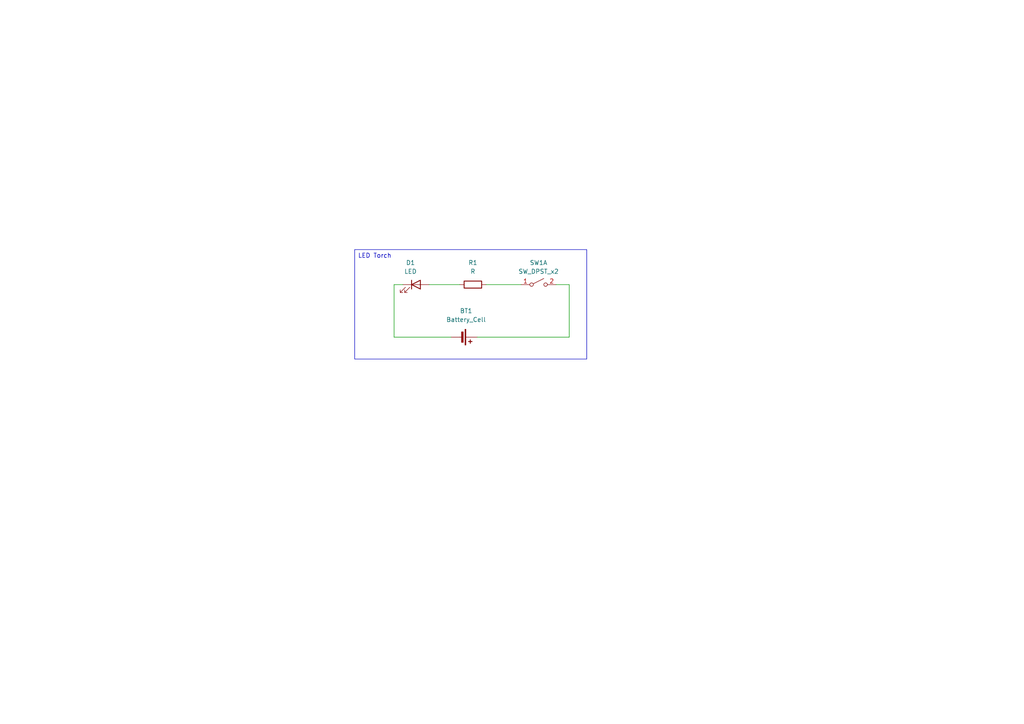
<source format=kicad_sch>
(kicad_sch (version 20231120) (generator "eeschema") (generator_version "8.0")
  (paper "A4")
  (title_block (title "LED Torch") (date "2024-12-01") (rev "1") (company "Ibrahim Okur"))
  (lib_symbols
    (symbol "Device:Battery_Cell" (pin_numbers hide) (pin_names (offset 0) hide)
      (property "Reference" "BT" (at 2.54 2.54 0))
      (property "Value" "Battery_Cell" (at 2.54 0 0))
      (symbol "Battery_Cell_0_1"
        (rectangle (start -2.286 1.778) (end 2.286 1.524) (fill (type outline)))
        (rectangle (start -1.524 1.016) (end 1.524 0.508) (fill (type outline)))
        (polyline (pts (xy 0 0.762) (xy 0 0)))
        (polyline (pts (xy 0 1.778) (xy 0 2.54)))
        (polyline (pts (xy 0.762 3.048) (xy 1.778 3.048)) (stroke (width 0.254)))
        (polyline (pts (xy 1.27 3.556) (xy 1.27 2.54)) (stroke (width 0.254)))
      )
      (symbol "Battery_Cell_1_1"
        (pin passive line (at 0 5.08 270) (length 2.54) (name "+") (number "1"))
        (pin passive line (at 0 -2.54 90) (length 2.54) (name "-") (number "2"))
      )
    )
    (symbol "Device:LED" (pin_numbers hide) (pin_names (offset 1.016) hide)
      (property "Reference" "D" (at 0 2.54 0))
      (property "Value" "LED" (at 0 -2.54 0))
      (symbol "LED_0_1"
        (polyline (pts (xy -1.27 -1.27) (xy -1.27 1.27)) (stroke (width 0.254)))
        (polyline (pts (xy -1.27 0) (xy 1.27 0)))
        (polyline (pts (xy 1.27 -1.27) (xy 1.27 1.27) (xy -1.27 0) (xy 1.27 -1.27)) (stroke (width 0.254)))
        (polyline (pts (xy -3.048 -0.762) (xy -4.572 -2.286) (xy -3.81 -2.286) (xy -4.572 -2.286) (xy -4.572 -1.524)))
        (polyline (pts (xy -1.778 -0.762) (xy -3.302 -2.286) (xy -2.54 -2.286) (xy -3.302 -2.286) (xy -3.302 -1.524)))
      )
      (symbol "LED_1_1"
        (pin passive line (at -3.81 0 0) (length 2.54) (name "K") (number "1"))
        (pin passive line (at 3.81 0 180) (length 2.54) (name "A") (number "2"))
      )
    )
    (symbol "Device:R" (pin_numbers hide) (pin_names (offset 0))
      (property "Reference" "R" (at 2.032 0 90))
      (property "Value" "R" (at 0 0 90))
      (symbol "R_0_1"
        (rectangle (start -1.016 -2.54) (end 1.016 2.54) (stroke (width 0.254)))
      )
      (symbol "R_1_1"
        (pin passive line (at 0 3.81 270) (length 1.27) (name "~") (number "1"))
        (pin passive line (at 0 -3.81 90) (length 1.27) (name "~") (number "2"))
      )
    )
    (symbol "Switch:SW_DPST_x2" (pin_names (offset 0) hide)
      (property "Reference" "SW" (at 0 3.175 0))
      (property "Value" "SW_DPST_x2" (at 0 -2.54 0))
      (symbol "SW_DPST_x2_0_0"
        (circle (center -2.032 0) (radius 0.508))
        (polyline (pts (xy -1.524 0.254) (xy 1.524 1.778)))
        (circle (center 2.032 0) (radius 0.508))
      )
      (symbol "SW_DPST_x2_1_1"
        (pin passive line (at -5.08 0 0) (length 2.54) (name "A") (number "1"))
        (pin passive line (at 5.08 0 180) (length 2.54) (name "B") (number "2"))
      )
      (symbol "SW_DPST_x2_2_1"
        (pin passive line (at -5.08 0 0) (length 2.54) (name "A") (number "3"))
        (pin passive line (at 5.08 0 180) (length 2.54) (name "B") (number "4"))
      )
    )
  )
  (wire (pts (xy 165.1 97.79) (xy 165.1 82.55)))
  (wire (pts (xy 114.3 97.79) (xy 130.81 97.79)))
  (wire (pts (xy 140.97 82.55) (xy 151.13 82.55)))
  (wire (pts (xy 124.46 82.55) (xy 133.35 82.55)))
  (wire (pts (xy 161.29 82.55) (xy 165.1 82.55)))
  (wire (pts (xy 138.43 97.79) (xy 165.1 97.79)))
  (wire (pts (xy 114.3 82.55) (xy 114.3 97.79)))
  (wire (pts (xy 116.84 82.55) (xy 114.3 82.55)))
  (text_box "LED Torch" (at 102.87 72.39 0) (size 67.31 31.75) (effects (font (size 1.27 1.27)) (justify left top)))
  (symbol (lib_id "Device:R") (at 137.16 82.55 90) (unit 1)
    (property "Reference" "R1" (at 137.16 76.2 90))
    (property "Value" "R" (at 137.16 78.74 90))
    (property "Footprint" "Resistor_THT:R_Axial_DIN0204_L3.6mm_D1.6mm_P7.62mm_Horizontal" (effects (hide yes)))
    (property "Description" "Resistor" (effects (hide yes)))
  )
  (symbol (lib_id "Switch:SW_DPST_x2") (at 156.21 82.55 0) (unit 1)
    (property "Reference" "SW1" (at 156.21 76.2 0))
    (property "Value" "SW_DPST_x2" (at 156.21 78.74 0))
    (property "Footprint" "Button_Switch_THT:SW_TH_Tactile_Omron_B3F-10xx" (effects (hide yes)))
    (property "Description" "Single Pole Single Throw (SPST) switch, separate symbol" (effects (hide yes)))
  )
  (symbol (lib_id "Device:LED") (at 120.65 82.55 0) (unit 1)
    (property "Reference" "D1" (at 119.0625 76.2 0))
    (property "Value" "LED" (at 119.0625 78.74 0))
    (property "Footprint" "LED_THT:LED_D5.0mm" (effects (hide yes)))
    (property "Description" "Light emitting diode" (effects (hide yes)))
  )
  (symbol (lib_id "Device:Battery_Cell") (at 133.35 97.79 270) (unit 1)
    (property "Reference" "BT1" (at 135.1915 90.17 90))
    (property "Value" "Battery_Cell" (at 135.1915 92.71 90))
    (property "Footprint" "Battery:BatteryHolder_Keystone_1058_1x2032" (effects (hide yes)))
    (property "Description" "Single-cell battery" (effects (hide yes)))
  )
)
</source>
